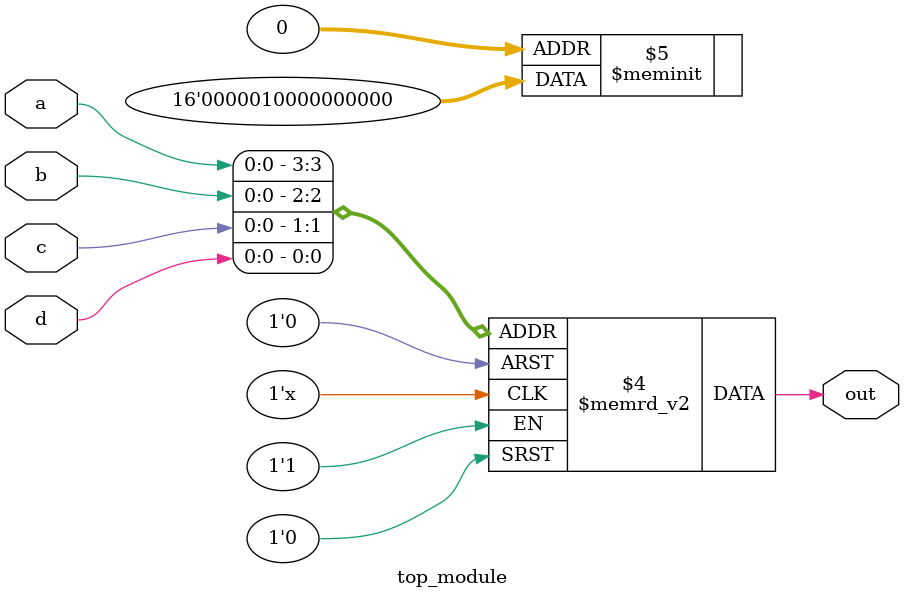
<source format=sv>
module top_module (
	input a, 
	input b,
	input c,
	input d,
	output reg out
);

	always @ (*) begin
		case ({a, b, c, d})
			4'b0000: out = 1'b0;
			4'b0001: out = 1'b0;
			4'b0010: out = 1'b0;
			4'b0011: out = 1'b0;
			4'b0100: out = 1'b0;
			4'b0101: out = 1'b0;
			4'b0110: out = 1'b0;
			4'b0111: out = 1'b0;
			4'b1000: out = 1'b0;
			4'b1001: out = 1'b0;
			4'b1010: out = 1'b1;
			4'b1011: out = 1'b0;
			4'b1100: out = 1'b0;
			4'b1101: out = 1'b0;
			4'b1110: out = 1'b0;
			4'b1111: out = 1'b0;
		endcase
	end

endmodule

</source>
